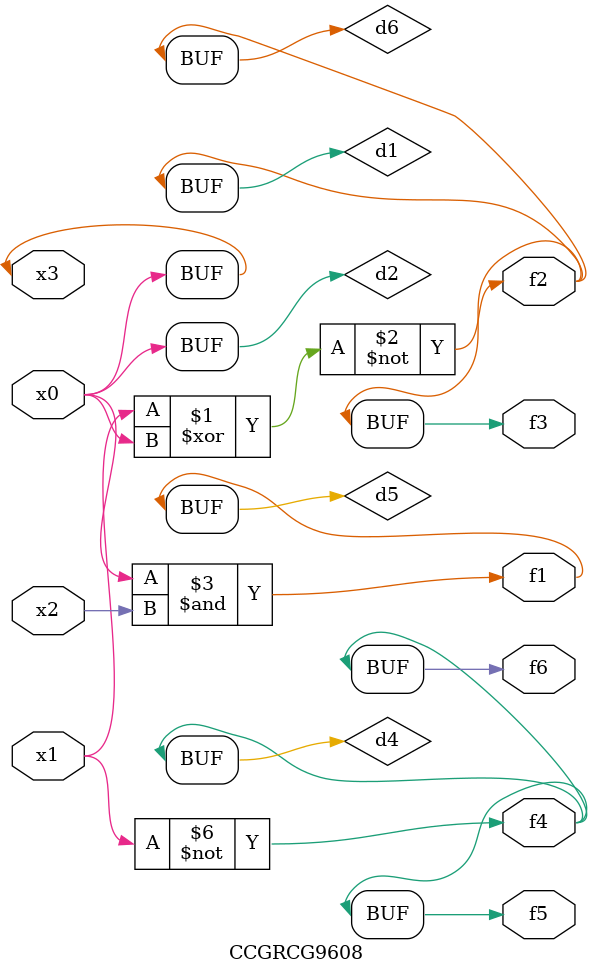
<source format=v>
module CCGRCG9608(
	input x0, x1, x2, x3,
	output f1, f2, f3, f4, f5, f6
);

	wire d1, d2, d3, d4, d5, d6;

	xnor (d1, x1, x3);
	buf (d2, x0, x3);
	nand (d3, x0, x2);
	not (d4, x1);
	nand (d5, d3);
	or (d6, d1);
	assign f1 = d5;
	assign f2 = d6;
	assign f3 = d6;
	assign f4 = d4;
	assign f5 = d4;
	assign f6 = d4;
endmodule

</source>
